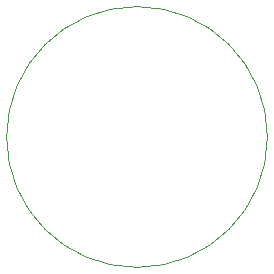
<source format=gko>
G04 Layer_Color=16711935*
%FSLAX25Y25*%
%MOIN*%
G70*
G01*
G75*
%ADD50C,0.00039*%
D50*
X43377Y-98D02*
G03*
X43377Y-98I-43476J0D01*
G01*
M02*

</source>
